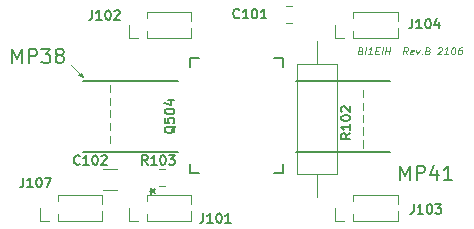
<source format=gbr>
G04 #@! TF.GenerationSoftware,KiCad,Pcbnew,5.1.9-73d0e3b20d~88~ubuntu20.04.1*
G04 #@! TF.CreationDate,2021-02-03T01:27:43+08:00*
G04 #@! TF.ProjectId,ic7000_drive,69633730-3030-45f6-9472-6976652e6b69,B*
G04 #@! TF.SameCoordinates,Original*
G04 #@! TF.FileFunction,Legend,Top*
G04 #@! TF.FilePolarity,Positive*
%FSLAX46Y46*%
G04 Gerber Fmt 4.6, Leading zero omitted, Abs format (unit mm)*
G04 Created by KiCad (PCBNEW 5.1.9-73d0e3b20d~88~ubuntu20.04.1) date 2021-02-03 01:27:43*
%MOMM*%
%LPD*%
G01*
G04 APERTURE LIST*
%ADD10C,0.120000*%
%ADD11C,0.100000*%
%ADD12C,0.200000*%
%ADD13C,0.152400*%
%ADD14C,0.150000*%
G04 APERTURE END LIST*
D10*
X110800000Y-62550000D02*
X110650000Y-62700000D01*
X110550000Y-62700000D02*
X110950000Y-62850000D01*
X110800000Y-62450000D02*
X110550000Y-62700000D01*
X110950000Y-62850000D02*
X110800000Y-62450000D01*
X109950000Y-61850000D02*
X110950000Y-62850000D01*
D11*
X134700000Y-66650000D02*
X134700000Y-66050000D01*
X134700000Y-65600000D02*
X134700000Y-65000000D01*
X134700000Y-67700000D02*
X134700000Y-67100000D01*
X134700000Y-64500000D02*
X134700000Y-63900000D01*
X134700000Y-68800000D02*
X134700000Y-68200000D01*
X113250000Y-64100000D02*
X113250000Y-63500000D01*
X113250000Y-65200000D02*
X113250000Y-64600000D01*
X113250000Y-66250000D02*
X113250000Y-65650000D01*
X113250000Y-67300000D02*
X113250000Y-66700000D01*
X113250000Y-68400000D02*
X113250000Y-67800000D01*
D12*
X137000000Y-69150000D02*
X129000000Y-69150000D01*
X119000000Y-69150000D02*
X111000000Y-69150000D01*
X119000000Y-63150000D02*
X111000000Y-63150000D01*
X137000000Y-63150000D02*
X129000000Y-63150000D01*
D11*
X134507053Y-60607142D02*
X134589196Y-60635714D01*
X134614196Y-60664285D01*
X134635625Y-60721428D01*
X134624910Y-60807142D01*
X134589196Y-60864285D01*
X134557053Y-60892857D01*
X134496339Y-60921428D01*
X134267767Y-60921428D01*
X134342767Y-60321428D01*
X134542767Y-60321428D01*
X134596339Y-60350000D01*
X134621339Y-60378571D01*
X134642767Y-60435714D01*
X134635625Y-60492857D01*
X134599910Y-60550000D01*
X134567767Y-60578571D01*
X134507053Y-60607142D01*
X134307053Y-60607142D01*
X134867767Y-60921428D02*
X134942767Y-60321428D01*
X135467767Y-60921428D02*
X135124910Y-60921428D01*
X135296339Y-60921428D02*
X135371339Y-60321428D01*
X135303482Y-60407142D01*
X135239196Y-60464285D01*
X135178482Y-60492857D01*
X135764196Y-60607142D02*
X135964196Y-60607142D01*
X136010625Y-60921428D02*
X135724910Y-60921428D01*
X135799910Y-60321428D01*
X136085625Y-60321428D01*
X136267767Y-60921428D02*
X136342767Y-60321428D01*
X136553482Y-60921428D02*
X136628482Y-60321428D01*
X136592767Y-60607142D02*
X136935625Y-60607142D01*
X136896339Y-60921428D02*
X136971339Y-60321428D01*
X138439196Y-60921428D02*
X138274910Y-60635714D01*
X138096339Y-60921428D02*
X138171339Y-60321428D01*
X138399910Y-60321428D01*
X138453482Y-60350000D01*
X138478482Y-60378571D01*
X138499910Y-60435714D01*
X138489196Y-60521428D01*
X138453482Y-60578571D01*
X138421339Y-60607142D01*
X138360625Y-60635714D01*
X138132053Y-60635714D01*
X138928482Y-60892857D02*
X138867767Y-60921428D01*
X138753482Y-60921428D01*
X138699910Y-60892857D01*
X138678482Y-60835714D01*
X138707053Y-60607142D01*
X138742767Y-60550000D01*
X138803482Y-60521428D01*
X138917767Y-60521428D01*
X138971339Y-60550000D01*
X138992767Y-60607142D01*
X138985625Y-60664285D01*
X138692767Y-60721428D01*
X139203482Y-60521428D02*
X139296339Y-60921428D01*
X139489196Y-60521428D01*
X139674910Y-60864285D02*
X139699910Y-60892857D01*
X139667767Y-60921428D01*
X139642767Y-60892857D01*
X139674910Y-60864285D01*
X139667767Y-60921428D01*
X140192767Y-60607142D02*
X140274910Y-60635714D01*
X140299910Y-60664285D01*
X140321339Y-60721428D01*
X140310625Y-60807142D01*
X140274910Y-60864285D01*
X140242767Y-60892857D01*
X140182053Y-60921428D01*
X139953482Y-60921428D01*
X140028482Y-60321428D01*
X140228482Y-60321428D01*
X140282053Y-60350000D01*
X140307053Y-60378571D01*
X140328482Y-60435714D01*
X140321339Y-60492857D01*
X140285625Y-60550000D01*
X140253482Y-60578571D01*
X140192767Y-60607142D01*
X139992767Y-60607142D01*
X141049910Y-60378571D02*
X141082053Y-60350000D01*
X141142767Y-60321428D01*
X141285625Y-60321428D01*
X141339196Y-60350000D01*
X141364196Y-60378571D01*
X141385625Y-60435714D01*
X141378482Y-60492857D01*
X141339196Y-60578571D01*
X140953482Y-60921428D01*
X141324910Y-60921428D01*
X141896339Y-60921428D02*
X141553482Y-60921428D01*
X141724910Y-60921428D02*
X141799910Y-60321428D01*
X141732053Y-60407142D01*
X141667767Y-60464285D01*
X141607053Y-60492857D01*
X142342767Y-60321428D02*
X142399910Y-60321428D01*
X142453482Y-60350000D01*
X142478482Y-60378571D01*
X142499910Y-60435714D01*
X142514196Y-60550000D01*
X142496339Y-60692857D01*
X142453482Y-60807142D01*
X142417767Y-60864285D01*
X142385625Y-60892857D01*
X142324910Y-60921428D01*
X142267767Y-60921428D01*
X142214196Y-60892857D01*
X142189196Y-60864285D01*
X142167767Y-60807142D01*
X142153482Y-60692857D01*
X142171339Y-60550000D01*
X142214196Y-60435714D01*
X142249910Y-60378571D01*
X142282053Y-60350000D01*
X142342767Y-60321428D01*
X143057053Y-60321428D02*
X142942767Y-60321428D01*
X142882053Y-60350000D01*
X142849910Y-60378571D01*
X142782053Y-60464285D01*
X142739196Y-60578571D01*
X142710625Y-60807142D01*
X142732053Y-60864285D01*
X142757053Y-60892857D01*
X142810625Y-60921428D01*
X142924910Y-60921428D01*
X142985625Y-60892857D01*
X143017767Y-60864285D01*
X143053482Y-60807142D01*
X143071339Y-60664285D01*
X143049910Y-60607142D01*
X143024910Y-60578571D01*
X142971339Y-60550000D01*
X142857053Y-60550000D01*
X142796339Y-60578571D01*
X142764196Y-60607142D01*
X142728482Y-60664285D01*
D12*
X137857142Y-71542857D02*
X137857142Y-70342857D01*
X138257142Y-71200000D01*
X138657142Y-70342857D01*
X138657142Y-71542857D01*
X139228571Y-71542857D02*
X139228571Y-70342857D01*
X139685714Y-70342857D01*
X139800000Y-70400000D01*
X139857142Y-70457142D01*
X139914285Y-70571428D01*
X139914285Y-70742857D01*
X139857142Y-70857142D01*
X139800000Y-70914285D01*
X139685714Y-70971428D01*
X139228571Y-70971428D01*
X140942857Y-70742857D02*
X140942857Y-71542857D01*
X140657142Y-70285714D02*
X140371428Y-71142857D01*
X141114285Y-71142857D01*
X142200000Y-71542857D02*
X141514285Y-71542857D01*
X141857142Y-71542857D02*
X141857142Y-70342857D01*
X141742857Y-70514285D01*
X141628571Y-70628571D01*
X141514285Y-70685714D01*
X105007142Y-61642857D02*
X105007142Y-60442857D01*
X105407142Y-61300000D01*
X105807142Y-60442857D01*
X105807142Y-61642857D01*
X106378571Y-61642857D02*
X106378571Y-60442857D01*
X106835714Y-60442857D01*
X106950000Y-60500000D01*
X107007142Y-60557142D01*
X107064285Y-60671428D01*
X107064285Y-60842857D01*
X107007142Y-60957142D01*
X106950000Y-61014285D01*
X106835714Y-61071428D01*
X106378571Y-61071428D01*
X107464285Y-60442857D02*
X108207142Y-60442857D01*
X107807142Y-60900000D01*
X107978571Y-60900000D01*
X108092857Y-60957142D01*
X108150000Y-61014285D01*
X108207142Y-61128571D01*
X108207142Y-61414285D01*
X108150000Y-61528571D01*
X108092857Y-61585714D01*
X107978571Y-61642857D01*
X107635714Y-61642857D01*
X107521428Y-61585714D01*
X107464285Y-61528571D01*
X108892857Y-60957142D02*
X108778571Y-60900000D01*
X108721428Y-60842857D01*
X108664285Y-60728571D01*
X108664285Y-60671428D01*
X108721428Y-60557142D01*
X108778571Y-60500000D01*
X108892857Y-60442857D01*
X109121428Y-60442857D01*
X109235714Y-60500000D01*
X109292857Y-60557142D01*
X109350000Y-60671428D01*
X109350000Y-60728571D01*
X109292857Y-60842857D01*
X109235714Y-60900000D01*
X109121428Y-60957142D01*
X108892857Y-60957142D01*
X108778571Y-61014285D01*
X108721428Y-61071428D01*
X108664285Y-61185714D01*
X108664285Y-61414285D01*
X108721428Y-61528571D01*
X108778571Y-61585714D01*
X108892857Y-61642857D01*
X109121428Y-61642857D01*
X109235714Y-61585714D01*
X109292857Y-61528571D01*
X109350000Y-61414285D01*
X109350000Y-61185714D01*
X109292857Y-61071428D01*
X109235714Y-61014285D01*
X109121428Y-60957142D01*
D13*
X127924300Y-70976800D02*
X127924300Y-70179240D01*
X127924300Y-61223200D02*
X127177140Y-61223200D01*
X120075700Y-61223200D02*
X120075700Y-62020760D01*
X120075700Y-70976800D02*
X120822860Y-70976800D01*
X127177140Y-70976800D02*
X127924300Y-70976800D01*
X120822860Y-61223200D02*
X120075700Y-61223200D01*
X127924300Y-62020760D02*
X127924300Y-61223200D01*
X120075700Y-70179240D02*
X120075700Y-70976800D01*
D10*
X117428922Y-70640000D02*
X117946078Y-70640000D01*
X117428922Y-72060000D02*
X117946078Y-72060000D01*
X129080000Y-71000000D02*
X132520000Y-71000000D01*
X132520000Y-71000000D02*
X132520000Y-61760000D01*
X132520000Y-61760000D02*
X129080000Y-61760000D01*
X129080000Y-61760000D02*
X129080000Y-71000000D01*
X130800000Y-72960000D02*
X130800000Y-71000000D01*
X130800000Y-59800000D02*
X130800000Y-61760000D01*
X112605000Y-75010000D02*
X112605000Y-74207530D01*
X112605000Y-73592470D02*
X112605000Y-72790000D01*
X108860000Y-75010000D02*
X112605000Y-75010000D01*
X108860000Y-72790000D02*
X112605000Y-72790000D01*
X108860000Y-75010000D02*
X108860000Y-74463471D01*
X108860000Y-73336529D02*
X108860000Y-72790000D01*
X108100000Y-75010000D02*
X107340000Y-75010000D01*
X107340000Y-75010000D02*
X107340000Y-73900000D01*
X137615000Y-59510000D02*
X137615000Y-58707530D01*
X137615000Y-58092470D02*
X137615000Y-57290000D01*
X133870000Y-59510000D02*
X137615000Y-59510000D01*
X133870000Y-57290000D02*
X137615000Y-57290000D01*
X133870000Y-59510000D02*
X133870000Y-58963471D01*
X133870000Y-57836529D02*
X133870000Y-57290000D01*
X133110000Y-59510000D02*
X132350000Y-59510000D01*
X132350000Y-59510000D02*
X132350000Y-58400000D01*
X137615000Y-75010000D02*
X137615000Y-74207530D01*
X137615000Y-73592470D02*
X137615000Y-72790000D01*
X133870000Y-75010000D02*
X137615000Y-75010000D01*
X133870000Y-72790000D02*
X137615000Y-72790000D01*
X133870000Y-75010000D02*
X133870000Y-74463471D01*
X133870000Y-73336529D02*
X133870000Y-72790000D01*
X133110000Y-75010000D02*
X132350000Y-75010000D01*
X132350000Y-75010000D02*
X132350000Y-73900000D01*
X120135000Y-59510000D02*
X120135000Y-58707530D01*
X120135000Y-58092470D02*
X120135000Y-57290000D01*
X116390000Y-59510000D02*
X120135000Y-59510000D01*
X116390000Y-57290000D02*
X120135000Y-57290000D01*
X116390000Y-59510000D02*
X116390000Y-58963471D01*
X116390000Y-57836529D02*
X116390000Y-57290000D01*
X115630000Y-59510000D02*
X114870000Y-59510000D01*
X114870000Y-59510000D02*
X114870000Y-58400000D01*
X114850000Y-75010000D02*
X114850000Y-73900000D01*
X115610000Y-75010000D02*
X114850000Y-75010000D01*
X116370000Y-73336529D02*
X116370000Y-72790000D01*
X116370000Y-75010000D02*
X116370000Y-74463471D01*
X116370000Y-72790000D02*
X120115000Y-72790000D01*
X116370000Y-75010000D02*
X120115000Y-75010000D01*
X120115000Y-73592470D02*
X120115000Y-72790000D01*
X120115000Y-75010000D02*
X120115000Y-74207530D01*
X113852064Y-72410000D02*
X112647936Y-72410000D01*
X113852064Y-70590000D02*
X112647936Y-70590000D01*
X128658578Y-58260000D02*
X128141422Y-58260000D01*
X128658578Y-56840000D02*
X128141422Y-56840000D01*
D14*
X118788095Y-66988095D02*
X118750000Y-67064285D01*
X118673809Y-67140476D01*
X118559523Y-67254761D01*
X118521428Y-67330952D01*
X118521428Y-67407142D01*
X118711904Y-67369047D02*
X118673809Y-67445238D01*
X118597619Y-67521428D01*
X118445238Y-67559523D01*
X118178571Y-67559523D01*
X118026190Y-67521428D01*
X117950000Y-67445238D01*
X117911904Y-67369047D01*
X117911904Y-67216666D01*
X117950000Y-67140476D01*
X118026190Y-67064285D01*
X118178571Y-67026190D01*
X118445238Y-67026190D01*
X118597619Y-67064285D01*
X118673809Y-67140476D01*
X118711904Y-67216666D01*
X118711904Y-67369047D01*
X117911904Y-66302380D02*
X117911904Y-66683333D01*
X118292857Y-66721428D01*
X118254761Y-66683333D01*
X118216666Y-66607142D01*
X118216666Y-66416666D01*
X118254761Y-66340476D01*
X118292857Y-66302380D01*
X118369047Y-66264285D01*
X118559523Y-66264285D01*
X118635714Y-66302380D01*
X118673809Y-66340476D01*
X118711904Y-66416666D01*
X118711904Y-66607142D01*
X118673809Y-66683333D01*
X118635714Y-66721428D01*
X117911904Y-65769047D02*
X117911904Y-65692857D01*
X117950000Y-65616666D01*
X117988095Y-65578571D01*
X118064285Y-65540476D01*
X118216666Y-65502380D01*
X118407142Y-65502380D01*
X118559523Y-65540476D01*
X118635714Y-65578571D01*
X118673809Y-65616666D01*
X118711904Y-65692857D01*
X118711904Y-65769047D01*
X118673809Y-65845238D01*
X118635714Y-65883333D01*
X118559523Y-65921428D01*
X118407142Y-65959523D01*
X118216666Y-65959523D01*
X118064285Y-65921428D01*
X117988095Y-65883333D01*
X117950000Y-65845238D01*
X117911904Y-65769047D01*
X118178571Y-64816666D02*
X118711904Y-64816666D01*
X117873809Y-65007142D02*
X118445238Y-65197619D01*
X118445238Y-64702380D01*
X116620580Y-72491650D02*
X116858676Y-72491650D01*
X116763438Y-72729745D02*
X116858676Y-72491650D01*
X116763438Y-72253554D01*
X117049152Y-72634507D02*
X116858676Y-72491650D01*
X117049152Y-72348792D01*
X116620580Y-72491650D02*
X116858676Y-72491650D01*
X116763438Y-72729745D02*
X116858676Y-72491650D01*
X116763438Y-72253554D01*
X117049152Y-72634507D02*
X116858676Y-72491650D01*
X117049152Y-72348792D01*
X116442261Y-70261904D02*
X116175595Y-69880952D01*
X115985119Y-70261904D02*
X115985119Y-69461904D01*
X116289880Y-69461904D01*
X116366071Y-69500000D01*
X116404166Y-69538095D01*
X116442261Y-69614285D01*
X116442261Y-69728571D01*
X116404166Y-69804761D01*
X116366071Y-69842857D01*
X116289880Y-69880952D01*
X115985119Y-69880952D01*
X117204166Y-70261904D02*
X116747023Y-70261904D01*
X116975595Y-70261904D02*
X116975595Y-69461904D01*
X116899404Y-69576190D01*
X116823214Y-69652380D01*
X116747023Y-69690476D01*
X117699404Y-69461904D02*
X117775595Y-69461904D01*
X117851785Y-69500000D01*
X117889880Y-69538095D01*
X117927976Y-69614285D01*
X117966071Y-69766666D01*
X117966071Y-69957142D01*
X117927976Y-70109523D01*
X117889880Y-70185714D01*
X117851785Y-70223809D01*
X117775595Y-70261904D01*
X117699404Y-70261904D01*
X117623214Y-70223809D01*
X117585119Y-70185714D01*
X117547023Y-70109523D01*
X117508928Y-69957142D01*
X117508928Y-69766666D01*
X117547023Y-69614285D01*
X117585119Y-69538095D01*
X117623214Y-69500000D01*
X117699404Y-69461904D01*
X118232738Y-69461904D02*
X118727976Y-69461904D01*
X118461309Y-69766666D01*
X118575595Y-69766666D01*
X118651785Y-69804761D01*
X118689880Y-69842857D01*
X118727976Y-69919047D01*
X118727976Y-70109523D01*
X118689880Y-70185714D01*
X118651785Y-70223809D01*
X118575595Y-70261904D01*
X118347023Y-70261904D01*
X118270833Y-70223809D01*
X118232738Y-70185714D01*
X133611904Y-67595238D02*
X133230952Y-67861904D01*
X133611904Y-68052380D02*
X132811904Y-68052380D01*
X132811904Y-67747619D01*
X132850000Y-67671428D01*
X132888095Y-67633333D01*
X132964285Y-67595238D01*
X133078571Y-67595238D01*
X133154761Y-67633333D01*
X133192857Y-67671428D01*
X133230952Y-67747619D01*
X133230952Y-68052380D01*
X133611904Y-66833333D02*
X133611904Y-67290476D01*
X133611904Y-67061904D02*
X132811904Y-67061904D01*
X132926190Y-67138095D01*
X133002380Y-67214285D01*
X133040476Y-67290476D01*
X132811904Y-66338095D02*
X132811904Y-66261904D01*
X132850000Y-66185714D01*
X132888095Y-66147619D01*
X132964285Y-66109523D01*
X133116666Y-66071428D01*
X133307142Y-66071428D01*
X133459523Y-66109523D01*
X133535714Y-66147619D01*
X133573809Y-66185714D01*
X133611904Y-66261904D01*
X133611904Y-66338095D01*
X133573809Y-66414285D01*
X133535714Y-66452380D01*
X133459523Y-66490476D01*
X133307142Y-66528571D01*
X133116666Y-66528571D01*
X132964285Y-66490476D01*
X132888095Y-66452380D01*
X132850000Y-66414285D01*
X132811904Y-66338095D01*
X132888095Y-65766666D02*
X132850000Y-65728571D01*
X132811904Y-65652380D01*
X132811904Y-65461904D01*
X132850000Y-65385714D01*
X132888095Y-65347619D01*
X132964285Y-65309523D01*
X133040476Y-65309523D01*
X133154761Y-65347619D01*
X133611904Y-65804761D01*
X133611904Y-65309523D01*
X105921428Y-71361904D02*
X105921428Y-71933333D01*
X105883333Y-72047619D01*
X105807142Y-72123809D01*
X105692857Y-72161904D01*
X105616666Y-72161904D01*
X106721428Y-72161904D02*
X106264285Y-72161904D01*
X106492857Y-72161904D02*
X106492857Y-71361904D01*
X106416666Y-71476190D01*
X106340476Y-71552380D01*
X106264285Y-71590476D01*
X107216666Y-71361904D02*
X107292857Y-71361904D01*
X107369047Y-71400000D01*
X107407142Y-71438095D01*
X107445238Y-71514285D01*
X107483333Y-71666666D01*
X107483333Y-71857142D01*
X107445238Y-72009523D01*
X107407142Y-72085714D01*
X107369047Y-72123809D01*
X107292857Y-72161904D01*
X107216666Y-72161904D01*
X107140476Y-72123809D01*
X107102380Y-72085714D01*
X107064285Y-72009523D01*
X107026190Y-71857142D01*
X107026190Y-71666666D01*
X107064285Y-71514285D01*
X107102380Y-71438095D01*
X107140476Y-71400000D01*
X107216666Y-71361904D01*
X107750000Y-71361904D02*
X108283333Y-71361904D01*
X107940476Y-72161904D01*
X138871428Y-57911904D02*
X138871428Y-58483333D01*
X138833333Y-58597619D01*
X138757142Y-58673809D01*
X138642857Y-58711904D01*
X138566666Y-58711904D01*
X139671428Y-58711904D02*
X139214285Y-58711904D01*
X139442857Y-58711904D02*
X139442857Y-57911904D01*
X139366666Y-58026190D01*
X139290476Y-58102380D01*
X139214285Y-58140476D01*
X140166666Y-57911904D02*
X140242857Y-57911904D01*
X140319047Y-57950000D01*
X140357142Y-57988095D01*
X140395238Y-58064285D01*
X140433333Y-58216666D01*
X140433333Y-58407142D01*
X140395238Y-58559523D01*
X140357142Y-58635714D01*
X140319047Y-58673809D01*
X140242857Y-58711904D01*
X140166666Y-58711904D01*
X140090476Y-58673809D01*
X140052380Y-58635714D01*
X140014285Y-58559523D01*
X139976190Y-58407142D01*
X139976190Y-58216666D01*
X140014285Y-58064285D01*
X140052380Y-57988095D01*
X140090476Y-57950000D01*
X140166666Y-57911904D01*
X141119047Y-58178571D02*
X141119047Y-58711904D01*
X140928571Y-57873809D02*
X140738095Y-58445238D01*
X141233333Y-58445238D01*
X138971428Y-73611904D02*
X138971428Y-74183333D01*
X138933333Y-74297619D01*
X138857142Y-74373809D01*
X138742857Y-74411904D01*
X138666666Y-74411904D01*
X139771428Y-74411904D02*
X139314285Y-74411904D01*
X139542857Y-74411904D02*
X139542857Y-73611904D01*
X139466666Y-73726190D01*
X139390476Y-73802380D01*
X139314285Y-73840476D01*
X140266666Y-73611904D02*
X140342857Y-73611904D01*
X140419047Y-73650000D01*
X140457142Y-73688095D01*
X140495238Y-73764285D01*
X140533333Y-73916666D01*
X140533333Y-74107142D01*
X140495238Y-74259523D01*
X140457142Y-74335714D01*
X140419047Y-74373809D01*
X140342857Y-74411904D01*
X140266666Y-74411904D01*
X140190476Y-74373809D01*
X140152380Y-74335714D01*
X140114285Y-74259523D01*
X140076190Y-74107142D01*
X140076190Y-73916666D01*
X140114285Y-73764285D01*
X140152380Y-73688095D01*
X140190476Y-73650000D01*
X140266666Y-73611904D01*
X140800000Y-73611904D02*
X141295238Y-73611904D01*
X141028571Y-73916666D01*
X141142857Y-73916666D01*
X141219047Y-73954761D01*
X141257142Y-73992857D01*
X141295238Y-74069047D01*
X141295238Y-74259523D01*
X141257142Y-74335714D01*
X141219047Y-74373809D01*
X141142857Y-74411904D01*
X140914285Y-74411904D01*
X140838095Y-74373809D01*
X140800000Y-74335714D01*
X111771428Y-57161904D02*
X111771428Y-57733333D01*
X111733333Y-57847619D01*
X111657142Y-57923809D01*
X111542857Y-57961904D01*
X111466666Y-57961904D01*
X112571428Y-57961904D02*
X112114285Y-57961904D01*
X112342857Y-57961904D02*
X112342857Y-57161904D01*
X112266666Y-57276190D01*
X112190476Y-57352380D01*
X112114285Y-57390476D01*
X113066666Y-57161904D02*
X113142857Y-57161904D01*
X113219047Y-57200000D01*
X113257142Y-57238095D01*
X113295238Y-57314285D01*
X113333333Y-57466666D01*
X113333333Y-57657142D01*
X113295238Y-57809523D01*
X113257142Y-57885714D01*
X113219047Y-57923809D01*
X113142857Y-57961904D01*
X113066666Y-57961904D01*
X112990476Y-57923809D01*
X112952380Y-57885714D01*
X112914285Y-57809523D01*
X112876190Y-57657142D01*
X112876190Y-57466666D01*
X112914285Y-57314285D01*
X112952380Y-57238095D01*
X112990476Y-57200000D01*
X113066666Y-57161904D01*
X113638095Y-57238095D02*
X113676190Y-57200000D01*
X113752380Y-57161904D01*
X113942857Y-57161904D01*
X114019047Y-57200000D01*
X114057142Y-57238095D01*
X114095238Y-57314285D01*
X114095238Y-57390476D01*
X114057142Y-57504761D01*
X113600000Y-57961904D01*
X114095238Y-57961904D01*
X121171428Y-74361904D02*
X121171428Y-74933333D01*
X121133333Y-75047619D01*
X121057142Y-75123809D01*
X120942857Y-75161904D01*
X120866666Y-75161904D01*
X121971428Y-75161904D02*
X121514285Y-75161904D01*
X121742857Y-75161904D02*
X121742857Y-74361904D01*
X121666666Y-74476190D01*
X121590476Y-74552380D01*
X121514285Y-74590476D01*
X122466666Y-74361904D02*
X122542857Y-74361904D01*
X122619047Y-74400000D01*
X122657142Y-74438095D01*
X122695238Y-74514285D01*
X122733333Y-74666666D01*
X122733333Y-74857142D01*
X122695238Y-75009523D01*
X122657142Y-75085714D01*
X122619047Y-75123809D01*
X122542857Y-75161904D01*
X122466666Y-75161904D01*
X122390476Y-75123809D01*
X122352380Y-75085714D01*
X122314285Y-75009523D01*
X122276190Y-74857142D01*
X122276190Y-74666666D01*
X122314285Y-74514285D01*
X122352380Y-74438095D01*
X122390476Y-74400000D01*
X122466666Y-74361904D01*
X123495238Y-75161904D02*
X123038095Y-75161904D01*
X123266666Y-75161904D02*
X123266666Y-74361904D01*
X123190476Y-74476190D01*
X123114285Y-74552380D01*
X123038095Y-74590476D01*
X110704761Y-70185714D02*
X110666666Y-70223809D01*
X110552380Y-70261904D01*
X110476190Y-70261904D01*
X110361904Y-70223809D01*
X110285714Y-70147619D01*
X110247619Y-70071428D01*
X110209523Y-69919047D01*
X110209523Y-69804761D01*
X110247619Y-69652380D01*
X110285714Y-69576190D01*
X110361904Y-69500000D01*
X110476190Y-69461904D01*
X110552380Y-69461904D01*
X110666666Y-69500000D01*
X110704761Y-69538095D01*
X111466666Y-70261904D02*
X111009523Y-70261904D01*
X111238095Y-70261904D02*
X111238095Y-69461904D01*
X111161904Y-69576190D01*
X111085714Y-69652380D01*
X111009523Y-69690476D01*
X111961904Y-69461904D02*
X112038095Y-69461904D01*
X112114285Y-69500000D01*
X112152380Y-69538095D01*
X112190476Y-69614285D01*
X112228571Y-69766666D01*
X112228571Y-69957142D01*
X112190476Y-70109523D01*
X112152380Y-70185714D01*
X112114285Y-70223809D01*
X112038095Y-70261904D01*
X111961904Y-70261904D01*
X111885714Y-70223809D01*
X111847619Y-70185714D01*
X111809523Y-70109523D01*
X111771428Y-69957142D01*
X111771428Y-69766666D01*
X111809523Y-69614285D01*
X111847619Y-69538095D01*
X111885714Y-69500000D01*
X111961904Y-69461904D01*
X112533333Y-69538095D02*
X112571428Y-69500000D01*
X112647619Y-69461904D01*
X112838095Y-69461904D01*
X112914285Y-69500000D01*
X112952380Y-69538095D01*
X112990476Y-69614285D01*
X112990476Y-69690476D01*
X112952380Y-69804761D01*
X112495238Y-70261904D01*
X112990476Y-70261904D01*
X124204761Y-57785714D02*
X124166666Y-57823809D01*
X124052380Y-57861904D01*
X123976190Y-57861904D01*
X123861904Y-57823809D01*
X123785714Y-57747619D01*
X123747619Y-57671428D01*
X123709523Y-57519047D01*
X123709523Y-57404761D01*
X123747619Y-57252380D01*
X123785714Y-57176190D01*
X123861904Y-57100000D01*
X123976190Y-57061904D01*
X124052380Y-57061904D01*
X124166666Y-57100000D01*
X124204761Y-57138095D01*
X124966666Y-57861904D02*
X124509523Y-57861904D01*
X124738095Y-57861904D02*
X124738095Y-57061904D01*
X124661904Y-57176190D01*
X124585714Y-57252380D01*
X124509523Y-57290476D01*
X125461904Y-57061904D02*
X125538095Y-57061904D01*
X125614285Y-57100000D01*
X125652380Y-57138095D01*
X125690476Y-57214285D01*
X125728571Y-57366666D01*
X125728571Y-57557142D01*
X125690476Y-57709523D01*
X125652380Y-57785714D01*
X125614285Y-57823809D01*
X125538095Y-57861904D01*
X125461904Y-57861904D01*
X125385714Y-57823809D01*
X125347619Y-57785714D01*
X125309523Y-57709523D01*
X125271428Y-57557142D01*
X125271428Y-57366666D01*
X125309523Y-57214285D01*
X125347619Y-57138095D01*
X125385714Y-57100000D01*
X125461904Y-57061904D01*
X126490476Y-57861904D02*
X126033333Y-57861904D01*
X126261904Y-57861904D02*
X126261904Y-57061904D01*
X126185714Y-57176190D01*
X126109523Y-57252380D01*
X126033333Y-57290476D01*
M02*

</source>
